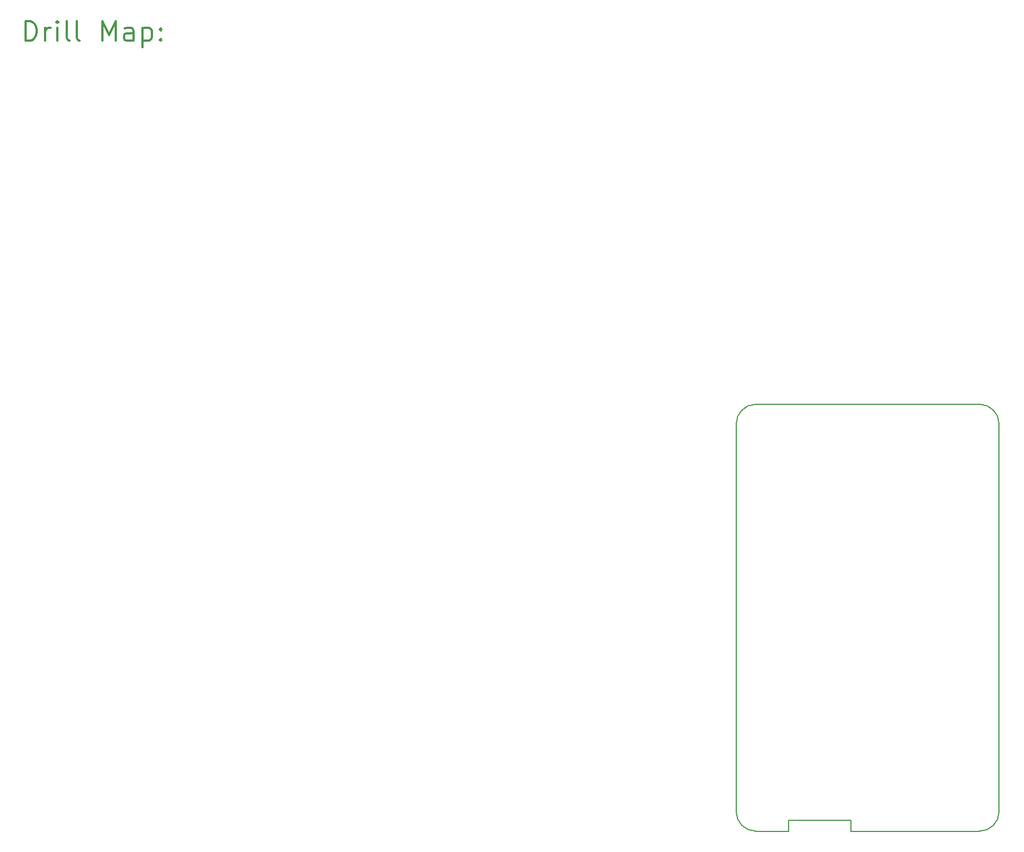
<source format=gbr>
%FSLAX45Y45*%
G04 Gerber Fmt 4.5, Leading zero omitted, Abs format (unit mm)*
G04 Created by KiCad (PCBNEW (5.1.5)-3) date 2020-06-30 19:59:05*
%MOMM*%
%LPD*%
G04 APERTURE LIST*
%TA.AperFunction,Profile*%
%ADD10C,0.150000*%
%TD*%
%ADD11C,0.200000*%
%ADD12C,0.300000*%
G04 APERTURE END LIST*
D10*
X-250000Y-6000000D02*
X1700000Y-6000000D01*
X-250000Y-5830000D02*
X-250000Y-6000000D01*
X-1200000Y-5830000D02*
X-250000Y-5830000D01*
X-1200000Y-6000000D02*
X-1200000Y-5830000D01*
X-1700000Y-6000000D02*
G75*
G02X-2000000Y-5700000I0J300000D01*
G01*
X2000000Y-5700000D02*
G75*
G02X1700000Y-6000000I-300000J0D01*
G01*
X1700000Y500000D02*
G75*
G02X2000000Y200000I0J-300000D01*
G01*
X-2000000Y200000D02*
G75*
G02X-1700000Y500000I300000J0D01*
G01*
X-2000000Y-5700000D02*
X-2000000Y200000D01*
X-1200000Y-6000000D02*
X-1700000Y-6000000D01*
X2000000Y200000D02*
X2000000Y-5700000D01*
X-1700000Y500000D02*
X1700000Y500000D01*
D11*
D12*
X-12813571Y6034286D02*
X-12813571Y6334286D01*
X-12742143Y6334286D01*
X-12699286Y6320000D01*
X-12670714Y6291429D01*
X-12656429Y6262857D01*
X-12642143Y6205714D01*
X-12642143Y6162857D01*
X-12656429Y6105714D01*
X-12670714Y6077143D01*
X-12699286Y6048571D01*
X-12742143Y6034286D01*
X-12813571Y6034286D01*
X-12513571Y6034286D02*
X-12513571Y6234286D01*
X-12513571Y6177143D02*
X-12499286Y6205714D01*
X-12485000Y6220000D01*
X-12456429Y6234286D01*
X-12427857Y6234286D01*
X-12327857Y6034286D02*
X-12327857Y6234286D01*
X-12327857Y6334286D02*
X-12342143Y6320000D01*
X-12327857Y6305714D01*
X-12313571Y6320000D01*
X-12327857Y6334286D01*
X-12327857Y6305714D01*
X-12142143Y6034286D02*
X-12170714Y6048571D01*
X-12185000Y6077143D01*
X-12185000Y6334286D01*
X-11985000Y6034286D02*
X-12013571Y6048571D01*
X-12027857Y6077143D01*
X-12027857Y6334286D01*
X-11642143Y6034286D02*
X-11642143Y6334286D01*
X-11542143Y6120000D01*
X-11442143Y6334286D01*
X-11442143Y6034286D01*
X-11170714Y6034286D02*
X-11170714Y6191429D01*
X-11185000Y6220000D01*
X-11213571Y6234286D01*
X-11270714Y6234286D01*
X-11299286Y6220000D01*
X-11170714Y6048571D02*
X-11199286Y6034286D01*
X-11270714Y6034286D01*
X-11299286Y6048571D01*
X-11313571Y6077143D01*
X-11313571Y6105714D01*
X-11299286Y6134286D01*
X-11270714Y6148571D01*
X-11199286Y6148571D01*
X-11170714Y6162857D01*
X-11027857Y6234286D02*
X-11027857Y5934286D01*
X-11027857Y6220000D02*
X-10999286Y6234286D01*
X-10942143Y6234286D01*
X-10913572Y6220000D01*
X-10899286Y6205714D01*
X-10885000Y6177143D01*
X-10885000Y6091429D01*
X-10899286Y6062857D01*
X-10913572Y6048571D01*
X-10942143Y6034286D01*
X-10999286Y6034286D01*
X-11027857Y6048571D01*
X-10756429Y6062857D02*
X-10742143Y6048571D01*
X-10756429Y6034286D01*
X-10770714Y6048571D01*
X-10756429Y6062857D01*
X-10756429Y6034286D01*
X-10756429Y6220000D02*
X-10742143Y6205714D01*
X-10756429Y6191429D01*
X-10770714Y6205714D01*
X-10756429Y6220000D01*
X-10756429Y6191429D01*
M02*

</source>
